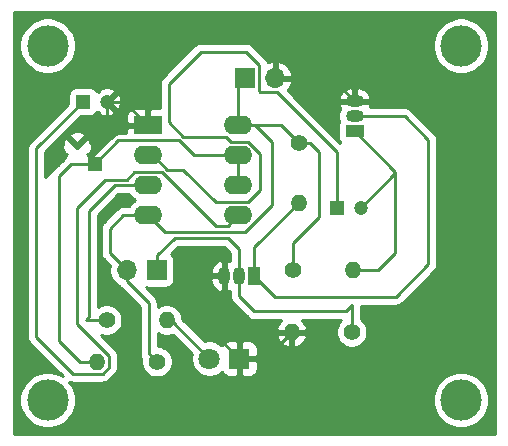
<source format=gbr>
%TF.GenerationSoftware,KiCad,Pcbnew,(5.1.12)-1*%
%TF.CreationDate,2023-08-17T22:23:25+05:30*%
%TF.ProjectId,clap switch,636c6170-2073-4776-9974-63682e6b6963,rev?*%
%TF.SameCoordinates,Original*%
%TF.FileFunction,Copper,L2,Bot*%
%TF.FilePolarity,Positive*%
%FSLAX46Y46*%
G04 Gerber Fmt 4.6, Leading zero omitted, Abs format (unit mm)*
G04 Created by KiCad (PCBNEW (5.1.12)-1) date 2023-08-17 22:23:25*
%MOMM*%
%LPD*%
G01*
G04 APERTURE LIST*
%TA.AperFunction,ComponentPad*%
%ADD10O,2.400000X1.600000*%
%TD*%
%TA.AperFunction,ComponentPad*%
%ADD11R,2.400000X1.600000*%
%TD*%
%TA.AperFunction,ComponentPad*%
%ADD12C,1.800000*%
%TD*%
%TA.AperFunction,ComponentPad*%
%ADD13R,1.800000X1.800000*%
%TD*%
%TA.AperFunction,ComponentPad*%
%ADD14O,1.700000X1.700000*%
%TD*%
%TA.AperFunction,ComponentPad*%
%ADD15R,1.700000X1.700000*%
%TD*%
%TA.AperFunction,ComponentPad*%
%ADD16R,1.500000X1.050000*%
%TD*%
%TA.AperFunction,ComponentPad*%
%ADD17O,1.500000X1.050000*%
%TD*%
%TA.AperFunction,ComponentPad*%
%ADD18O,1.400000X1.400000*%
%TD*%
%TA.AperFunction,ComponentPad*%
%ADD19C,1.400000*%
%TD*%
%TA.AperFunction,ComponentPad*%
%ADD20R,1.050000X1.500000*%
%TD*%
%TA.AperFunction,ComponentPad*%
%ADD21O,1.050000X1.500000*%
%TD*%
%TA.AperFunction,ComponentPad*%
%ADD22C,1.200000*%
%TD*%
%TA.AperFunction,ComponentPad*%
%ADD23R,1.200000X1.200000*%
%TD*%
%TA.AperFunction,ViaPad*%
%ADD24C,3.500000*%
%TD*%
%TA.AperFunction,Conductor*%
%ADD25C,0.250000*%
%TD*%
%TA.AperFunction,Conductor*%
%ADD26C,0.254000*%
%TD*%
%TA.AperFunction,Conductor*%
%ADD27C,0.100000*%
%TD*%
G04 APERTURE END LIST*
D10*
%TO.P,U1,8*%
%TO.N,Net-(6V1-Pad1)*%
X159120000Y-79750000D03*
%TO.P,U1,4*%
X151500000Y-87370000D03*
%TO.P,U1,7*%
%TO.N,Net-(C2-Pad1)*%
X159120000Y-82290000D03*
%TO.P,U1,3*%
%TO.N,Net-(R1-Pad1)*%
X151500000Y-84830000D03*
%TO.P,U1,6*%
%TO.N,Net-(C2-Pad1)*%
X159120000Y-84830000D03*
%TO.P,U1,2*%
%TO.N,Net-(C3-Pad1)*%
X151500000Y-82290000D03*
%TO.P,U1,5*%
%TO.N,Net-(C1-Pad1)*%
X159120000Y-87370000D03*
D11*
%TO.P,U1,1*%
%TO.N,Earth*%
X151500000Y-79750000D03*
%TD*%
D12*
%TO.P,D1,2*%
%TO.N,Net-(D1-Pad2)*%
X156710000Y-99500000D03*
D13*
%TO.P,D1,1*%
%TO.N,Earth*%
X159250000Y-99500000D03*
%TD*%
D14*
%TO.P,MK1,2*%
%TO.N,Net-(6V1-Pad1)*%
X149710000Y-92000000D03*
D15*
%TO.P,MK1,1*%
%TO.N,Net-(MK1-Pad1)*%
X152250000Y-92000000D03*
%TD*%
D14*
%TO.P,6V1,2*%
%TO.N,Earth*%
X162290000Y-75750000D03*
D15*
%TO.P,6V1,1*%
%TO.N,Net-(6V1-Pad1)*%
X159750000Y-75750000D03*
%TD*%
D16*
%TO.P,Q2,1*%
%TO.N,Net-(C3-Pad2)*%
X169000000Y-80250000D03*
D17*
%TO.P,Q2,3*%
%TO.N,Earth*%
X169000000Y-77710000D03*
%TO.P,Q2,2*%
%TO.N,Net-(Q1-Pad1)*%
X169000000Y-78980000D03*
%TD*%
D18*
%TO.P,R5,2*%
%TO.N,Earth*%
X163670000Y-97250000D03*
D19*
%TO.P,R5,1*%
%TO.N,Net-(MK1-Pad1)*%
X168750000Y-97250000D03*
%TD*%
D18*
%TO.P,R4,2*%
%TO.N,Net-(Q1-Pad1)*%
X164250000Y-86330000D03*
D19*
%TO.P,R4,1*%
%TO.N,Net-(6V1-Pad1)*%
X164250000Y-81250000D03*
%TD*%
D18*
%TO.P,R3,2*%
%TO.N,Net-(C3-Pad2)*%
X168830000Y-92000000D03*
D19*
%TO.P,R3,1*%
%TO.N,Net-(6V1-Pad1)*%
X163750000Y-92000000D03*
%TD*%
D18*
%TO.P,R2,2*%
%TO.N,Net-(C2-Pad1)*%
X147170000Y-99750000D03*
D19*
%TO.P,R2,1*%
%TO.N,Net-(6V1-Pad1)*%
X152250000Y-99750000D03*
%TD*%
D18*
%TO.P,R1,2*%
%TO.N,Net-(D1-Pad2)*%
X153080000Y-96250000D03*
D19*
%TO.P,R1,1*%
%TO.N,Net-(R1-Pad1)*%
X148000000Y-96250000D03*
%TD*%
D20*
%TO.P,Q1,1*%
%TO.N,Net-(Q1-Pad1)*%
X160500000Y-92500000D03*
D21*
%TO.P,Q1,3*%
%TO.N,Earth*%
X157960000Y-92500000D03*
%TO.P,Q1,2*%
%TO.N,Net-(MK1-Pad1)*%
X159230000Y-92500000D03*
%TD*%
D22*
%TO.P,C3,2*%
%TO.N,Net-(C3-Pad2)*%
X169500000Y-86750000D03*
D23*
%TO.P,C3,1*%
%TO.N,Net-(C3-Pad1)*%
X167500000Y-86750000D03*
%TD*%
D22*
%TO.P,C2,2*%
%TO.N,Earth*%
X147000000Y-81000000D03*
D23*
%TO.P,C2,1*%
%TO.N,Net-(C2-Pad1)*%
X147000000Y-83000000D03*
%TD*%
D22*
%TO.P,C1,2*%
%TO.N,Earth*%
X148000000Y-77750000D03*
D23*
%TO.P,C1,1*%
%TO.N,Net-(C1-Pad1)*%
X146000000Y-77750000D03*
%TD*%
D24*
%TO.N,*%
X143000000Y-73000000D03*
X178000000Y-73000000D03*
X178000000Y-103000000D03*
X143000000Y-103000000D03*
%TD*%
D25*
%TO.N,Earth*%
X148000000Y-77750000D02*
X148000000Y-79000000D01*
X149500000Y-77750000D02*
X151500000Y-79750000D01*
X148000000Y-77750000D02*
X149500000Y-77750000D01*
X161420000Y-99500000D02*
X163670000Y-97250000D01*
X159250000Y-99500000D02*
X161420000Y-99500000D01*
X157960000Y-98210000D02*
X157960000Y-92500000D01*
X159250000Y-99500000D02*
X157960000Y-98210000D01*
X174460000Y-77710000D02*
X169000000Y-77710000D01*
X177000000Y-80250000D02*
X174460000Y-77710000D01*
X177000000Y-96750000D02*
X177000000Y-80250000D01*
X174250000Y-99500000D02*
X177000000Y-96750000D01*
X159250000Y-99500000D02*
X174250000Y-99500000D01*
X167040000Y-75750000D02*
X169000000Y-77710000D01*
X162290000Y-75750000D02*
X167040000Y-75750000D01*
X162290000Y-75750000D02*
X162290000Y-73790000D01*
X162290000Y-73790000D02*
X161000000Y-72500000D01*
X161000000Y-72500000D02*
X155250000Y-72500000D01*
X151500000Y-76250000D02*
X151500000Y-79750000D01*
X155250000Y-72500000D02*
X151500000Y-76250000D01*
%TO.N,Net-(6V1-Pad1)*%
X162750000Y-79750000D02*
X164250000Y-81250000D01*
X164250000Y-81250000D02*
X165000000Y-81250000D01*
X164250000Y-81250000D02*
X165250000Y-81250000D01*
X165250000Y-81250000D02*
X166000000Y-82000000D01*
X166000000Y-82000000D02*
X166000000Y-87500000D01*
X163750000Y-89750000D02*
X163750000Y-92000000D01*
X166000000Y-87500000D02*
X163750000Y-89750000D01*
X151500000Y-87370000D02*
X149380000Y-87370000D01*
X149380000Y-87370000D02*
X148250000Y-88500000D01*
X148250000Y-90540000D02*
X149710000Y-92000000D01*
X148250000Y-88500000D02*
X148250000Y-90540000D01*
X151550001Y-99050001D02*
X151550001Y-94800001D01*
X152250000Y-99750000D02*
X151550001Y-99050001D01*
X149710000Y-92960000D02*
X149710000Y-92000000D01*
X151550001Y-94800001D02*
X149710000Y-92960000D01*
X159120000Y-76380000D02*
X159750000Y-75750000D01*
X159120000Y-79750000D02*
X159120000Y-76380000D01*
X160500000Y-79750000D02*
X162750000Y-79750000D01*
X159120000Y-79750000D02*
X160500000Y-79750000D01*
X159681013Y-88799991D02*
X162000000Y-86481004D01*
X152929991Y-88799991D02*
X159681013Y-88799991D01*
X151500000Y-87370000D02*
X152929991Y-88799991D01*
X160570000Y-79750000D02*
X159120000Y-79750000D01*
X162000000Y-81180000D02*
X160570000Y-79750000D01*
X162000000Y-86481004D02*
X162000000Y-81180000D01*
%TO.N,Net-(C1-Pad1)*%
X158240000Y-88250000D02*
X159120000Y-87370000D01*
X157250000Y-88250000D02*
X158240000Y-88250000D01*
X146000000Y-77750000D02*
X142049991Y-81700009D01*
X142049991Y-81700009D02*
X142049991Y-97686401D01*
X145138591Y-100775001D02*
X147662001Y-100775001D01*
X150344026Y-83704990D02*
X152704990Y-83704990D01*
X152704990Y-83704990D02*
X157250000Y-88250000D01*
X147662001Y-100775001D02*
X148195001Y-100242001D01*
X145500000Y-86750000D02*
X147889999Y-84360001D01*
X148195001Y-100242001D02*
X148195001Y-99257999D01*
X148195001Y-99257999D02*
X145500000Y-96562998D01*
X145500000Y-96562998D02*
X145500000Y-86750000D01*
X147889999Y-84360001D02*
X149689015Y-84360001D01*
X142049991Y-97686401D02*
X145138591Y-100775001D01*
X149689015Y-84360001D02*
X150344026Y-83704990D01*
%TO.N,Net-(C2-Pad1)*%
X159120000Y-82290000D02*
X159120000Y-84830000D01*
X155403590Y-82290000D02*
X154113590Y-81000000D01*
X159120000Y-82290000D02*
X155403590Y-82290000D01*
X149000000Y-81000000D02*
X147000000Y-83000000D01*
X154113590Y-81000000D02*
X149000000Y-81000000D01*
X147000000Y-83000000D02*
X145000000Y-83000000D01*
X145000000Y-83000000D02*
X144000000Y-84000000D01*
X144000000Y-84000000D02*
X144000000Y-98000000D01*
X145750000Y-99750000D02*
X147170000Y-99750000D01*
X144000000Y-98000000D02*
X145750000Y-99750000D01*
%TO.N,Net-(C3-Pad2)*%
X172450009Y-83700009D02*
X172450009Y-90549991D01*
X169000000Y-80250000D02*
X172450009Y-83700009D01*
X171000000Y-92000000D02*
X168830000Y-92000000D01*
X172450009Y-90549991D02*
X171000000Y-92000000D01*
X172450009Y-83799991D02*
X172450009Y-83700009D01*
X169500000Y-86750000D02*
X172450009Y-83799991D01*
%TO.N,Net-(C3-Pad1)*%
X167500000Y-86750000D02*
X167500000Y-82000000D01*
X160925001Y-74639999D02*
X159785002Y-73500000D01*
X160925001Y-76860001D02*
X160925001Y-74639999D01*
X160990001Y-76925001D02*
X160925001Y-76860001D01*
X162425001Y-76925001D02*
X160990001Y-76925001D01*
X167500000Y-82000000D02*
X162425001Y-76925001D01*
X159785002Y-73500000D02*
X156000000Y-73500000D01*
X156000000Y-73500000D02*
X153250000Y-76250000D01*
X153250000Y-76250000D02*
X153250000Y-79500000D01*
X159985994Y-81164990D02*
X161000000Y-82178996D01*
X158543986Y-81164990D02*
X159985994Y-81164990D01*
X158093976Y-80714980D02*
X158543986Y-81164990D01*
X154464980Y-80714980D02*
X158093976Y-80714980D01*
X153250000Y-79500000D02*
X154464980Y-80714980D01*
X161000000Y-82178996D02*
X161000000Y-85250000D01*
X160005010Y-86244990D02*
X157255010Y-86244990D01*
X161000000Y-85250000D02*
X160005010Y-86244990D01*
X151926410Y-82290000D02*
X151500000Y-82290000D01*
X153136410Y-83500000D02*
X151926410Y-82290000D01*
X154510020Y-83500000D02*
X153136410Y-83500000D01*
X157255010Y-86244990D02*
X154510020Y-83500000D01*
%TO.N,Net-(D1-Pad2)*%
X153460000Y-96250000D02*
X153080000Y-96250000D01*
X156710000Y-99500000D02*
X153460000Y-96250000D01*
%TO.N,Net-(MK1-Pad1)*%
X168750000Y-97250000D02*
X168750000Y-95000000D01*
X168750000Y-95000000D02*
X168250000Y-95500000D01*
X168250000Y-95500000D02*
X160500000Y-95500000D01*
X159230000Y-94230000D02*
X159230000Y-92500000D01*
X160500000Y-95500000D02*
X159230000Y-94230000D01*
X159230000Y-92500000D02*
X159230000Y-90230000D01*
X159230000Y-90230000D02*
X158250000Y-89250000D01*
X158250000Y-89250000D02*
X153750000Y-89250000D01*
X152250000Y-90750000D02*
X152250000Y-92000000D01*
X153750000Y-89250000D02*
X152250000Y-90750000D01*
%TO.N,Net-(Q1-Pad1)*%
X160500000Y-90080000D02*
X164250000Y-86330000D01*
X160500000Y-92500000D02*
X160500000Y-90080000D01*
X160500000Y-92500000D02*
X162250000Y-94250000D01*
X162250000Y-94250000D02*
X172500000Y-94250000D01*
X172500000Y-94250000D02*
X175250000Y-91500000D01*
X175250000Y-91500000D02*
X175250000Y-81000000D01*
X173230000Y-78980000D02*
X169000000Y-78980000D01*
X175250000Y-81000000D02*
X173230000Y-78980000D01*
%TO.N,Net-(R1-Pad1)*%
X146500000Y-87000000D02*
X148670000Y-84830000D01*
X146500000Y-96000000D02*
X146500000Y-87000000D01*
X146250000Y-96250000D02*
X146500000Y-96000000D01*
X148670000Y-84830000D02*
X151500000Y-84830000D01*
X148000000Y-96250000D02*
X146250000Y-96250000D01*
%TD*%
D26*
%TO.N,Earth*%
X180873000Y-105873000D02*
X140127000Y-105873000D01*
X140127000Y-102765098D01*
X140615000Y-102765098D01*
X140615000Y-103234902D01*
X140706654Y-103695679D01*
X140886440Y-104129721D01*
X141147450Y-104520349D01*
X141479651Y-104852550D01*
X141870279Y-105113560D01*
X142304321Y-105293346D01*
X142765098Y-105385000D01*
X143234902Y-105385000D01*
X143695679Y-105293346D01*
X144129721Y-105113560D01*
X144520349Y-104852550D01*
X144852550Y-104520349D01*
X145113560Y-104129721D01*
X145293346Y-103695679D01*
X145385000Y-103234902D01*
X145385000Y-102765098D01*
X175615000Y-102765098D01*
X175615000Y-103234902D01*
X175706654Y-103695679D01*
X175886440Y-104129721D01*
X176147450Y-104520349D01*
X176479651Y-104852550D01*
X176870279Y-105113560D01*
X177304321Y-105293346D01*
X177765098Y-105385000D01*
X178234902Y-105385000D01*
X178695679Y-105293346D01*
X179129721Y-105113560D01*
X179520349Y-104852550D01*
X179852550Y-104520349D01*
X180113560Y-104129721D01*
X180293346Y-103695679D01*
X180385000Y-103234902D01*
X180385000Y-102765098D01*
X180293346Y-102304321D01*
X180113560Y-101870279D01*
X179852550Y-101479651D01*
X179520349Y-101147450D01*
X179129721Y-100886440D01*
X178695679Y-100706654D01*
X178234902Y-100615000D01*
X177765098Y-100615000D01*
X177304321Y-100706654D01*
X176870279Y-100886440D01*
X176479651Y-101147450D01*
X176147450Y-101479651D01*
X175886440Y-101870279D01*
X175706654Y-102304321D01*
X175615000Y-102765098D01*
X145385000Y-102765098D01*
X145293346Y-102304321D01*
X145113560Y-101870279D01*
X144854879Y-101483136D01*
X144989605Y-101524004D01*
X145101258Y-101535001D01*
X145101268Y-101535001D01*
X145138590Y-101538677D01*
X145175913Y-101535001D01*
X147624679Y-101535001D01*
X147662001Y-101538677D01*
X147699323Y-101535001D01*
X147699334Y-101535001D01*
X147810987Y-101524004D01*
X147954248Y-101480547D01*
X148086277Y-101409975D01*
X148202002Y-101315002D01*
X148225804Y-101285999D01*
X148706004Y-100805799D01*
X148735002Y-100782002D01*
X148829975Y-100666277D01*
X148900547Y-100534248D01*
X148944004Y-100390987D01*
X148955001Y-100279334D01*
X148955001Y-100279324D01*
X148958677Y-100242001D01*
X148955001Y-100204678D01*
X148955001Y-99295322D01*
X148958677Y-99257999D01*
X148955001Y-99220676D01*
X148955001Y-99220666D01*
X148944004Y-99109013D01*
X148900547Y-98965752D01*
X148829975Y-98833722D01*
X148758800Y-98746996D01*
X148735002Y-98717998D01*
X148706004Y-98694200D01*
X147499470Y-97487666D01*
X147610595Y-97533696D01*
X147868514Y-97585000D01*
X148131486Y-97585000D01*
X148389405Y-97533696D01*
X148632359Y-97433061D01*
X148851013Y-97286962D01*
X149036962Y-97101013D01*
X149183061Y-96882359D01*
X149283696Y-96639405D01*
X149335000Y-96381486D01*
X149335000Y-96118514D01*
X149283696Y-95860595D01*
X149183061Y-95617641D01*
X149036962Y-95398987D01*
X148851013Y-95213038D01*
X148632359Y-95066939D01*
X148389405Y-94966304D01*
X148131486Y-94915000D01*
X147868514Y-94915000D01*
X147610595Y-94966304D01*
X147367641Y-95066939D01*
X147260000Y-95138862D01*
X147260000Y-87314801D01*
X148984803Y-85590000D01*
X149879099Y-85590000D01*
X149901068Y-85631101D01*
X150080392Y-85849608D01*
X150298899Y-86028932D01*
X150431858Y-86100000D01*
X150298899Y-86171068D01*
X150080392Y-86350392D01*
X149901068Y-86568899D01*
X149879099Y-86610000D01*
X149417322Y-86610000D01*
X149379999Y-86606324D01*
X149342676Y-86610000D01*
X149342667Y-86610000D01*
X149231014Y-86620997D01*
X149087753Y-86664454D01*
X148955724Y-86735026D01*
X148839999Y-86829999D01*
X148816201Y-86858997D01*
X147739002Y-87936196D01*
X147709999Y-87959999D01*
X147654871Y-88027174D01*
X147615026Y-88075724D01*
X147601508Y-88101015D01*
X147544454Y-88207754D01*
X147500997Y-88351015D01*
X147490000Y-88462668D01*
X147490000Y-88462678D01*
X147486324Y-88500000D01*
X147490000Y-88537323D01*
X147490001Y-90502668D01*
X147486324Y-90540000D01*
X147490001Y-90577333D01*
X147500998Y-90688986D01*
X147508182Y-90712668D01*
X147544454Y-90832246D01*
X147615026Y-90964276D01*
X147665287Y-91025518D01*
X147710000Y-91080001D01*
X147738998Y-91103799D01*
X148268791Y-91633592D01*
X148225000Y-91853740D01*
X148225000Y-92146260D01*
X148282068Y-92433158D01*
X148394010Y-92703411D01*
X148556525Y-92946632D01*
X148763368Y-93153475D01*
X149006589Y-93315990D01*
X149047608Y-93332980D01*
X149075026Y-93384276D01*
X149110854Y-93427932D01*
X149169999Y-93500001D01*
X149199003Y-93523804D01*
X150790002Y-95114804D01*
X150790001Y-99012678D01*
X150786325Y-99050001D01*
X150790001Y-99087323D01*
X150790001Y-99087333D01*
X150800998Y-99198986D01*
X150839443Y-99325723D01*
X150844455Y-99342247D01*
X150915027Y-99474277D01*
X150930392Y-99492999D01*
X150938099Y-99502389D01*
X150915000Y-99618514D01*
X150915000Y-99881486D01*
X150966304Y-100139405D01*
X151066939Y-100382359D01*
X151213038Y-100601013D01*
X151398987Y-100786962D01*
X151617641Y-100933061D01*
X151860595Y-101033696D01*
X152118514Y-101085000D01*
X152381486Y-101085000D01*
X152639405Y-101033696D01*
X152882359Y-100933061D01*
X153101013Y-100786962D01*
X153286962Y-100601013D01*
X153433061Y-100382359D01*
X153533696Y-100139405D01*
X153585000Y-99881486D01*
X153585000Y-99618514D01*
X153533696Y-99360595D01*
X153433061Y-99117641D01*
X153286962Y-98898987D01*
X153101013Y-98713038D01*
X152882359Y-98566939D01*
X152639405Y-98466304D01*
X152381486Y-98415000D01*
X152310001Y-98415000D01*
X152310001Y-97341093D01*
X152447641Y-97433061D01*
X152690595Y-97533696D01*
X152948514Y-97585000D01*
X153211486Y-97585000D01*
X153469405Y-97533696D01*
X153610466Y-97475267D01*
X155226269Y-99091070D01*
X155175000Y-99348816D01*
X155175000Y-99651184D01*
X155233989Y-99947743D01*
X155349701Y-100227095D01*
X155517688Y-100478505D01*
X155731495Y-100692312D01*
X155982905Y-100860299D01*
X156262257Y-100976011D01*
X156558816Y-101035000D01*
X156861184Y-101035000D01*
X157157743Y-100976011D01*
X157437095Y-100860299D01*
X157688505Y-100692312D01*
X157754944Y-100625873D01*
X157760498Y-100644180D01*
X157819463Y-100754494D01*
X157898815Y-100851185D01*
X157995506Y-100930537D01*
X158105820Y-100989502D01*
X158225518Y-101025812D01*
X158350000Y-101038072D01*
X158964250Y-101035000D01*
X159123000Y-100876250D01*
X159123000Y-99627000D01*
X159377000Y-99627000D01*
X159377000Y-100876250D01*
X159535750Y-101035000D01*
X160150000Y-101038072D01*
X160274482Y-101025812D01*
X160394180Y-100989502D01*
X160504494Y-100930537D01*
X160601185Y-100851185D01*
X160680537Y-100754494D01*
X160739502Y-100644180D01*
X160775812Y-100524482D01*
X160788072Y-100400000D01*
X160785000Y-99785750D01*
X160626250Y-99627000D01*
X159377000Y-99627000D01*
X159123000Y-99627000D01*
X159103000Y-99627000D01*
X159103000Y-99373000D01*
X159123000Y-99373000D01*
X159123000Y-98123750D01*
X159377000Y-98123750D01*
X159377000Y-99373000D01*
X160626250Y-99373000D01*
X160785000Y-99214250D01*
X160788072Y-98600000D01*
X160775812Y-98475518D01*
X160739502Y-98355820D01*
X160680537Y-98245506D01*
X160601185Y-98148815D01*
X160504494Y-98069463D01*
X160394180Y-98010498D01*
X160274482Y-97974188D01*
X160150000Y-97961928D01*
X159535750Y-97965000D01*
X159377000Y-98123750D01*
X159123000Y-98123750D01*
X158964250Y-97965000D01*
X158350000Y-97961928D01*
X158225518Y-97974188D01*
X158105820Y-98010498D01*
X157995506Y-98069463D01*
X157898815Y-98148815D01*
X157819463Y-98245506D01*
X157760498Y-98355820D01*
X157754944Y-98374127D01*
X157688505Y-98307688D01*
X157437095Y-98139701D01*
X157157743Y-98023989D01*
X156861184Y-97965000D01*
X156558816Y-97965000D01*
X156301070Y-98016269D01*
X155868130Y-97583329D01*
X162377284Y-97583329D01*
X162409953Y-97691044D01*
X162520208Y-97928392D01*
X162674649Y-98139670D01*
X162867340Y-98316759D01*
X163090877Y-98452853D01*
X163336670Y-98542722D01*
X163543000Y-98420201D01*
X163543000Y-97377000D01*
X163797000Y-97377000D01*
X163797000Y-98420201D01*
X164003330Y-98542722D01*
X164249123Y-98452853D01*
X164472660Y-98316759D01*
X164665351Y-98139670D01*
X164819792Y-97928392D01*
X164930047Y-97691044D01*
X164962716Y-97583329D01*
X164839374Y-97377000D01*
X163797000Y-97377000D01*
X163543000Y-97377000D01*
X162500626Y-97377000D01*
X162377284Y-97583329D01*
X155868130Y-97583329D01*
X154415000Y-96130199D01*
X154415000Y-96118514D01*
X154363696Y-95860595D01*
X154263061Y-95617641D01*
X154116962Y-95398987D01*
X153931013Y-95213038D01*
X153712359Y-95066939D01*
X153469405Y-94966304D01*
X153211486Y-94915000D01*
X152948514Y-94915000D01*
X152690595Y-94966304D01*
X152447641Y-95066939D01*
X152310001Y-95158907D01*
X152310001Y-94837323D01*
X152313677Y-94800000D01*
X152310001Y-94762677D01*
X152310001Y-94762668D01*
X152299004Y-94651015D01*
X152255547Y-94507754D01*
X152184975Y-94375725D01*
X152090002Y-94260000D01*
X152061004Y-94236202D01*
X151303355Y-93478554D01*
X151400000Y-93488072D01*
X153100000Y-93488072D01*
X153224482Y-93475812D01*
X153344180Y-93439502D01*
X153454494Y-93380537D01*
X153551185Y-93301185D01*
X153630537Y-93204494D01*
X153689502Y-93094180D01*
X153725812Y-92974482D01*
X153738072Y-92850000D01*
X153738072Y-92810507D01*
X156793669Y-92810507D01*
X156832761Y-93036404D01*
X156915172Y-93250334D01*
X157037736Y-93444076D01*
X157195742Y-93610184D01*
X157383118Y-93742275D01*
X157592663Y-93835272D01*
X157654190Y-93843964D01*
X157833000Y-93718163D01*
X157833000Y-92627000D01*
X156953402Y-92627000D01*
X156793669Y-92810507D01*
X153738072Y-92810507D01*
X153738072Y-92189493D01*
X156793669Y-92189493D01*
X156953402Y-92373000D01*
X157833000Y-92373000D01*
X157833000Y-91281837D01*
X157654190Y-91156036D01*
X157592663Y-91164728D01*
X157383118Y-91257725D01*
X157195742Y-91389816D01*
X157037736Y-91555924D01*
X156915172Y-91749666D01*
X156832761Y-91963596D01*
X156793669Y-92189493D01*
X153738072Y-92189493D01*
X153738072Y-91150000D01*
X153725812Y-91025518D01*
X153689502Y-90905820D01*
X153630537Y-90795506D01*
X153551185Y-90698815D01*
X153454958Y-90619844D01*
X154064802Y-90010000D01*
X157935199Y-90010000D01*
X158470001Y-90544803D01*
X158470001Y-91228043D01*
X158327337Y-91164728D01*
X158265810Y-91156036D01*
X158087000Y-91281837D01*
X158087000Y-92046891D01*
X158086785Y-92047600D01*
X158070000Y-92218021D01*
X158070000Y-92781978D01*
X158086785Y-92952399D01*
X158087000Y-92953108D01*
X158087000Y-93718163D01*
X158265810Y-93843964D01*
X158327337Y-93835272D01*
X158470000Y-93771957D01*
X158470000Y-94192677D01*
X158466324Y-94230000D01*
X158470000Y-94267322D01*
X158470000Y-94267332D01*
X158480997Y-94378985D01*
X158505572Y-94459999D01*
X158524454Y-94522246D01*
X158595026Y-94654276D01*
X158611440Y-94674276D01*
X158689999Y-94770001D01*
X158719003Y-94793804D01*
X159936201Y-96011003D01*
X159959999Y-96040001D01*
X160075724Y-96134974D01*
X160207753Y-96205546D01*
X160351014Y-96249003D01*
X160462667Y-96260000D01*
X160462676Y-96260000D01*
X160499999Y-96263676D01*
X160537322Y-96260000D01*
X162783818Y-96260000D01*
X162674649Y-96360330D01*
X162520208Y-96571608D01*
X162409953Y-96808956D01*
X162377284Y-96916671D01*
X162500626Y-97123000D01*
X163543000Y-97123000D01*
X163543000Y-97103000D01*
X163797000Y-97103000D01*
X163797000Y-97123000D01*
X164839374Y-97123000D01*
X164962716Y-96916671D01*
X164930047Y-96808956D01*
X164819792Y-96571608D01*
X164665351Y-96360330D01*
X164556182Y-96260000D01*
X167852025Y-96260000D01*
X167713038Y-96398987D01*
X167566939Y-96617641D01*
X167466304Y-96860595D01*
X167415000Y-97118514D01*
X167415000Y-97381486D01*
X167466304Y-97639405D01*
X167566939Y-97882359D01*
X167713038Y-98101013D01*
X167898987Y-98286962D01*
X168117641Y-98433061D01*
X168360595Y-98533696D01*
X168618514Y-98585000D01*
X168881486Y-98585000D01*
X169139405Y-98533696D01*
X169382359Y-98433061D01*
X169601013Y-98286962D01*
X169786962Y-98101013D01*
X169933061Y-97882359D01*
X170033696Y-97639405D01*
X170085000Y-97381486D01*
X170085000Y-97118514D01*
X170033696Y-96860595D01*
X169933061Y-96617641D01*
X169786962Y-96398987D01*
X169601013Y-96213038D01*
X169510000Y-96152225D01*
X169510000Y-95037325D01*
X169512691Y-95010000D01*
X172462678Y-95010000D01*
X172500000Y-95013676D01*
X172537322Y-95010000D01*
X172537333Y-95010000D01*
X172648986Y-94999003D01*
X172792247Y-94955546D01*
X172924276Y-94884974D01*
X173040001Y-94790001D01*
X173063804Y-94760997D01*
X175761004Y-92063798D01*
X175790001Y-92040001D01*
X175884974Y-91924276D01*
X175955546Y-91792247D01*
X175999003Y-91648986D01*
X176010000Y-91537333D01*
X176010000Y-91537324D01*
X176013676Y-91500001D01*
X176010000Y-91462678D01*
X176010000Y-81037322D01*
X176013676Y-80999999D01*
X176010000Y-80962676D01*
X176010000Y-80962667D01*
X175999003Y-80851014D01*
X175955546Y-80707753D01*
X175884974Y-80575724D01*
X175871811Y-80559685D01*
X175813799Y-80488996D01*
X175813795Y-80488992D01*
X175790001Y-80459999D01*
X175761008Y-80436205D01*
X173793804Y-78469002D01*
X173770001Y-78439999D01*
X173654276Y-78345026D01*
X173522247Y-78274454D01*
X173378986Y-78230997D01*
X173267333Y-78220000D01*
X173267322Y-78220000D01*
X173230000Y-78216324D01*
X173192678Y-78220000D01*
X170271958Y-78220000D01*
X170335272Y-78077337D01*
X170343964Y-78015810D01*
X170218163Y-77837000D01*
X169453109Y-77837000D01*
X169452400Y-77836785D01*
X169281979Y-77820000D01*
X168718021Y-77820000D01*
X168547600Y-77836785D01*
X168546891Y-77837000D01*
X167781837Y-77837000D01*
X167656036Y-78015810D01*
X167664728Y-78077337D01*
X167757725Y-78286882D01*
X167798929Y-78345331D01*
X167698115Y-78533940D01*
X167631785Y-78752600D01*
X167609388Y-78980000D01*
X167631785Y-79207400D01*
X167695093Y-79416098D01*
X167660498Y-79480820D01*
X167624188Y-79600518D01*
X167611928Y-79725000D01*
X167611928Y-80775000D01*
X167624188Y-80899482D01*
X167660498Y-81019180D01*
X167719463Y-81129494D01*
X167788871Y-81214068D01*
X163978992Y-77404190D01*
X167656036Y-77404190D01*
X167781837Y-77583000D01*
X168873000Y-77583000D01*
X168873000Y-76703402D01*
X169127000Y-76703402D01*
X169127000Y-77583000D01*
X170218163Y-77583000D01*
X170343964Y-77404190D01*
X170335272Y-77342663D01*
X170242275Y-77133118D01*
X170110184Y-76945742D01*
X169944076Y-76787736D01*
X169750334Y-76665172D01*
X169536404Y-76582761D01*
X169310507Y-76543669D01*
X169127000Y-76703402D01*
X168873000Y-76703402D01*
X168689493Y-76543669D01*
X168463596Y-76582761D01*
X168249666Y-76665172D01*
X168055924Y-76787736D01*
X167889816Y-76945742D01*
X167757725Y-77133118D01*
X167664728Y-77342663D01*
X167656036Y-77404190D01*
X163978992Y-77404190D01*
X163352903Y-76778102D01*
X163485178Y-76631355D01*
X163634157Y-76381252D01*
X163731481Y-76106891D01*
X163610814Y-75877000D01*
X162417000Y-75877000D01*
X162417000Y-75897000D01*
X162163000Y-75897000D01*
X162163000Y-75877000D01*
X162143000Y-75877000D01*
X162143000Y-75623000D01*
X162163000Y-75623000D01*
X162163000Y-74429845D01*
X162417000Y-74429845D01*
X162417000Y-75623000D01*
X163610814Y-75623000D01*
X163731481Y-75393109D01*
X163634157Y-75118748D01*
X163485178Y-74868645D01*
X163290269Y-74652412D01*
X163056920Y-74478359D01*
X162794099Y-74353175D01*
X162646890Y-74308524D01*
X162417000Y-74429845D01*
X162163000Y-74429845D01*
X161933110Y-74308524D01*
X161785901Y-74353175D01*
X161651597Y-74417145D01*
X161630547Y-74347752D01*
X161591226Y-74274188D01*
X161559975Y-74215722D01*
X161488800Y-74128996D01*
X161465002Y-74099998D01*
X161436004Y-74076200D01*
X160348806Y-72989002D01*
X160325003Y-72959999D01*
X160209278Y-72865026D01*
X160077249Y-72794454D01*
X159980474Y-72765098D01*
X175615000Y-72765098D01*
X175615000Y-73234902D01*
X175706654Y-73695679D01*
X175886440Y-74129721D01*
X176147450Y-74520349D01*
X176479651Y-74852550D01*
X176870279Y-75113560D01*
X177304321Y-75293346D01*
X177765098Y-75385000D01*
X178234902Y-75385000D01*
X178695679Y-75293346D01*
X179129721Y-75113560D01*
X179520349Y-74852550D01*
X179852550Y-74520349D01*
X180113560Y-74129721D01*
X180293346Y-73695679D01*
X180385000Y-73234902D01*
X180385000Y-72765098D01*
X180293346Y-72304321D01*
X180113560Y-71870279D01*
X179852550Y-71479651D01*
X179520349Y-71147450D01*
X179129721Y-70886440D01*
X178695679Y-70706654D01*
X178234902Y-70615000D01*
X177765098Y-70615000D01*
X177304321Y-70706654D01*
X176870279Y-70886440D01*
X176479651Y-71147450D01*
X176147450Y-71479651D01*
X175886440Y-71870279D01*
X175706654Y-72304321D01*
X175615000Y-72765098D01*
X159980474Y-72765098D01*
X159933988Y-72750997D01*
X159822335Y-72740000D01*
X159822324Y-72740000D01*
X159785002Y-72736324D01*
X159747680Y-72740000D01*
X156037322Y-72740000D01*
X155999999Y-72736324D01*
X155962676Y-72740000D01*
X155962667Y-72740000D01*
X155851014Y-72750997D01*
X155707753Y-72794454D01*
X155575724Y-72865026D01*
X155459999Y-72959999D01*
X155436201Y-72988997D01*
X152739003Y-75686196D01*
X152709999Y-75709999D01*
X152654871Y-75777174D01*
X152615026Y-75825724D01*
X152545539Y-75955724D01*
X152544454Y-75957754D01*
X152500997Y-76101015D01*
X152490000Y-76212668D01*
X152490000Y-76212678D01*
X152486324Y-76250000D01*
X152490000Y-76287323D01*
X152490001Y-78312634D01*
X151785750Y-78315000D01*
X151627000Y-78473750D01*
X151627000Y-79623000D01*
X151647000Y-79623000D01*
X151647000Y-79877000D01*
X151627000Y-79877000D01*
X151627000Y-79897000D01*
X151373000Y-79897000D01*
X151373000Y-79877000D01*
X149823750Y-79877000D01*
X149665000Y-80035750D01*
X149662794Y-80404990D01*
X149122333Y-80404990D01*
X149085010Y-80401314D01*
X149047687Y-80404990D01*
X149047677Y-80404990D01*
X148936024Y-80415987D01*
X148792763Y-80459444D01*
X148660734Y-80530016D01*
X148545009Y-80624989D01*
X148521211Y-80653987D01*
X146630156Y-82545042D01*
X146551185Y-82448815D01*
X146454494Y-82369463D01*
X146408994Y-82345142D01*
X146466872Y-82287264D01*
X146349766Y-82170158D01*
X146573348Y-82122852D01*
X146674237Y-81901484D01*
X146730000Y-81664687D01*
X146738495Y-81421562D01*
X146699395Y-81181451D01*
X146614202Y-80953582D01*
X146573348Y-80877148D01*
X146349764Y-80829841D01*
X145679605Y-81500000D01*
X145693748Y-81514143D01*
X145514143Y-81693748D01*
X145500000Y-81679605D01*
X145485858Y-81693748D01*
X145306253Y-81514143D01*
X145320395Y-81500000D01*
X144650236Y-80829841D01*
X144426652Y-80877148D01*
X144325763Y-81098516D01*
X144270000Y-81335313D01*
X144261505Y-81578438D01*
X144300605Y-81818549D01*
X144385798Y-82046418D01*
X144426652Y-82122852D01*
X144650234Y-82170158D01*
X144533128Y-82287264D01*
X144591006Y-82345142D01*
X144545506Y-82369463D01*
X144448815Y-82448815D01*
X144369463Y-82545506D01*
X144310498Y-82655820D01*
X144274594Y-82774178D01*
X144207753Y-82794454D01*
X144075724Y-82865026D01*
X143959999Y-82959999D01*
X143936202Y-82988996D01*
X142809991Y-84115208D01*
X142809991Y-82014810D01*
X144174565Y-80650236D01*
X144829841Y-80650236D01*
X145500000Y-81320395D01*
X146170159Y-80650236D01*
X146122852Y-80426652D01*
X145901484Y-80325763D01*
X145664687Y-80270000D01*
X145421562Y-80261505D01*
X145181451Y-80300605D01*
X144953582Y-80385798D01*
X144877148Y-80426652D01*
X144829841Y-80650236D01*
X144174565Y-80650236D01*
X145836730Y-78988072D01*
X146600000Y-78988072D01*
X146724482Y-78975812D01*
X146844180Y-78939502D01*
X146954494Y-78880537D01*
X147051185Y-78801185D01*
X147130537Y-78704494D01*
X147154858Y-78658994D01*
X147212736Y-78716872D01*
X147329842Y-78599766D01*
X147377148Y-78823348D01*
X147598516Y-78924237D01*
X147835313Y-78980000D01*
X148078438Y-78988495D01*
X148314833Y-78950000D01*
X149661928Y-78950000D01*
X149665000Y-79464250D01*
X149823750Y-79623000D01*
X151373000Y-79623000D01*
X151373000Y-78473750D01*
X151214250Y-78315000D01*
X150300000Y-78311928D01*
X150175518Y-78324188D01*
X150055820Y-78360498D01*
X149945506Y-78419463D01*
X149848815Y-78498815D01*
X149769463Y-78595506D01*
X149710498Y-78705820D01*
X149674188Y-78825518D01*
X149661928Y-78950000D01*
X148314833Y-78950000D01*
X148318549Y-78949395D01*
X148546418Y-78864202D01*
X148622852Y-78823348D01*
X148670159Y-78599764D01*
X148000000Y-77929605D01*
X147985858Y-77943748D01*
X147806253Y-77764143D01*
X147820395Y-77750000D01*
X148179605Y-77750000D01*
X148849764Y-78420159D01*
X149073348Y-78372852D01*
X149174237Y-78151484D01*
X149230000Y-77914687D01*
X149238495Y-77671562D01*
X149199395Y-77431451D01*
X149114202Y-77203582D01*
X149073348Y-77127148D01*
X148849764Y-77079841D01*
X148179605Y-77750000D01*
X147820395Y-77750000D01*
X147806253Y-77735858D01*
X147985858Y-77556253D01*
X148000000Y-77570395D01*
X148670159Y-76900236D01*
X148622852Y-76676652D01*
X148401484Y-76575763D01*
X148164687Y-76520000D01*
X147921562Y-76511505D01*
X147681451Y-76550605D01*
X147453582Y-76635798D01*
X147377148Y-76676652D01*
X147329842Y-76900234D01*
X147212736Y-76783128D01*
X147154858Y-76841006D01*
X147130537Y-76795506D01*
X147051185Y-76698815D01*
X146954494Y-76619463D01*
X146844180Y-76560498D01*
X146724482Y-76524188D01*
X146600000Y-76511928D01*
X145400000Y-76511928D01*
X145275518Y-76524188D01*
X145155820Y-76560498D01*
X145045506Y-76619463D01*
X144948815Y-76698815D01*
X144869463Y-76795506D01*
X144810498Y-76905820D01*
X144774188Y-77025518D01*
X144761928Y-77150000D01*
X144761928Y-77913270D01*
X141538994Y-81136205D01*
X141509990Y-81160008D01*
X141455847Y-81225982D01*
X141415017Y-81275733D01*
X141349137Y-81398985D01*
X141344445Y-81407763D01*
X141300988Y-81551024D01*
X141289991Y-81662677D01*
X141289991Y-81662687D01*
X141286315Y-81700009D01*
X141289991Y-81737331D01*
X141289992Y-97649068D01*
X141286315Y-97686401D01*
X141300989Y-97835386D01*
X141344445Y-97978647D01*
X141415017Y-98110677D01*
X141486192Y-98197403D01*
X141509991Y-98226402D01*
X141538989Y-98250200D01*
X144266865Y-100978077D01*
X144129721Y-100886440D01*
X143695679Y-100706654D01*
X143234902Y-100615000D01*
X142765098Y-100615000D01*
X142304321Y-100706654D01*
X141870279Y-100886440D01*
X141479651Y-101147450D01*
X141147450Y-101479651D01*
X140886440Y-101870279D01*
X140706654Y-102304321D01*
X140615000Y-102765098D01*
X140127000Y-102765098D01*
X140127000Y-72765098D01*
X140615000Y-72765098D01*
X140615000Y-73234902D01*
X140706654Y-73695679D01*
X140886440Y-74129721D01*
X141147450Y-74520349D01*
X141479651Y-74852550D01*
X141870279Y-75113560D01*
X142304321Y-75293346D01*
X142765098Y-75385000D01*
X143234902Y-75385000D01*
X143695679Y-75293346D01*
X144129721Y-75113560D01*
X144520349Y-74852550D01*
X144852550Y-74520349D01*
X145113560Y-74129721D01*
X145293346Y-73695679D01*
X145385000Y-73234902D01*
X145385000Y-72765098D01*
X145293346Y-72304321D01*
X145113560Y-71870279D01*
X144852550Y-71479651D01*
X144520349Y-71147450D01*
X144129721Y-70886440D01*
X143695679Y-70706654D01*
X143234902Y-70615000D01*
X142765098Y-70615000D01*
X142304321Y-70706654D01*
X141870279Y-70886440D01*
X141479651Y-71147450D01*
X141147450Y-71479651D01*
X140886440Y-71870279D01*
X140706654Y-72304321D01*
X140615000Y-72765098D01*
X140127000Y-72765098D01*
X140127000Y-70127000D01*
X180873000Y-70127000D01*
X180873000Y-105873000D01*
%TA.AperFunction,Conductor*%
D27*
G36*
X180873000Y-105873000D02*
G01*
X140127000Y-105873000D01*
X140127000Y-102765098D01*
X140615000Y-102765098D01*
X140615000Y-103234902D01*
X140706654Y-103695679D01*
X140886440Y-104129721D01*
X141147450Y-104520349D01*
X141479651Y-104852550D01*
X141870279Y-105113560D01*
X142304321Y-105293346D01*
X142765098Y-105385000D01*
X143234902Y-105385000D01*
X143695679Y-105293346D01*
X144129721Y-105113560D01*
X144520349Y-104852550D01*
X144852550Y-104520349D01*
X145113560Y-104129721D01*
X145293346Y-103695679D01*
X145385000Y-103234902D01*
X145385000Y-102765098D01*
X175615000Y-102765098D01*
X175615000Y-103234902D01*
X175706654Y-103695679D01*
X175886440Y-104129721D01*
X176147450Y-104520349D01*
X176479651Y-104852550D01*
X176870279Y-105113560D01*
X177304321Y-105293346D01*
X177765098Y-105385000D01*
X178234902Y-105385000D01*
X178695679Y-105293346D01*
X179129721Y-105113560D01*
X179520349Y-104852550D01*
X179852550Y-104520349D01*
X180113560Y-104129721D01*
X180293346Y-103695679D01*
X180385000Y-103234902D01*
X180385000Y-102765098D01*
X180293346Y-102304321D01*
X180113560Y-101870279D01*
X179852550Y-101479651D01*
X179520349Y-101147450D01*
X179129721Y-100886440D01*
X178695679Y-100706654D01*
X178234902Y-100615000D01*
X177765098Y-100615000D01*
X177304321Y-100706654D01*
X176870279Y-100886440D01*
X176479651Y-101147450D01*
X176147450Y-101479651D01*
X175886440Y-101870279D01*
X175706654Y-102304321D01*
X175615000Y-102765098D01*
X145385000Y-102765098D01*
X145293346Y-102304321D01*
X145113560Y-101870279D01*
X144854879Y-101483136D01*
X144989605Y-101524004D01*
X145101258Y-101535001D01*
X145101268Y-101535001D01*
X145138590Y-101538677D01*
X145175913Y-101535001D01*
X147624679Y-101535001D01*
X147662001Y-101538677D01*
X147699323Y-101535001D01*
X147699334Y-101535001D01*
X147810987Y-101524004D01*
X147954248Y-101480547D01*
X148086277Y-101409975D01*
X148202002Y-101315002D01*
X148225804Y-101285999D01*
X148706004Y-100805799D01*
X148735002Y-100782002D01*
X148829975Y-100666277D01*
X148900547Y-100534248D01*
X148944004Y-100390987D01*
X148955001Y-100279334D01*
X148955001Y-100279324D01*
X148958677Y-100242001D01*
X148955001Y-100204678D01*
X148955001Y-99295322D01*
X148958677Y-99257999D01*
X148955001Y-99220676D01*
X148955001Y-99220666D01*
X148944004Y-99109013D01*
X148900547Y-98965752D01*
X148829975Y-98833722D01*
X148758800Y-98746996D01*
X148735002Y-98717998D01*
X148706004Y-98694200D01*
X147499470Y-97487666D01*
X147610595Y-97533696D01*
X147868514Y-97585000D01*
X148131486Y-97585000D01*
X148389405Y-97533696D01*
X148632359Y-97433061D01*
X148851013Y-97286962D01*
X149036962Y-97101013D01*
X149183061Y-96882359D01*
X149283696Y-96639405D01*
X149335000Y-96381486D01*
X149335000Y-96118514D01*
X149283696Y-95860595D01*
X149183061Y-95617641D01*
X149036962Y-95398987D01*
X148851013Y-95213038D01*
X148632359Y-95066939D01*
X148389405Y-94966304D01*
X148131486Y-94915000D01*
X147868514Y-94915000D01*
X147610595Y-94966304D01*
X147367641Y-95066939D01*
X147260000Y-95138862D01*
X147260000Y-87314801D01*
X148984803Y-85590000D01*
X149879099Y-85590000D01*
X149901068Y-85631101D01*
X150080392Y-85849608D01*
X150298899Y-86028932D01*
X150431858Y-86100000D01*
X150298899Y-86171068D01*
X150080392Y-86350392D01*
X149901068Y-86568899D01*
X149879099Y-86610000D01*
X149417322Y-86610000D01*
X149379999Y-86606324D01*
X149342676Y-86610000D01*
X149342667Y-86610000D01*
X149231014Y-86620997D01*
X149087753Y-86664454D01*
X148955724Y-86735026D01*
X148839999Y-86829999D01*
X148816201Y-86858997D01*
X147739002Y-87936196D01*
X147709999Y-87959999D01*
X147654871Y-88027174D01*
X147615026Y-88075724D01*
X147601508Y-88101015D01*
X147544454Y-88207754D01*
X147500997Y-88351015D01*
X147490000Y-88462668D01*
X147490000Y-88462678D01*
X147486324Y-88500000D01*
X147490000Y-88537323D01*
X147490001Y-90502668D01*
X147486324Y-90540000D01*
X147490001Y-90577333D01*
X147500998Y-90688986D01*
X147508182Y-90712668D01*
X147544454Y-90832246D01*
X147615026Y-90964276D01*
X147665287Y-91025518D01*
X147710000Y-91080001D01*
X147738998Y-91103799D01*
X148268791Y-91633592D01*
X148225000Y-91853740D01*
X148225000Y-92146260D01*
X148282068Y-92433158D01*
X148394010Y-92703411D01*
X148556525Y-92946632D01*
X148763368Y-93153475D01*
X149006589Y-93315990D01*
X149047608Y-93332980D01*
X149075026Y-93384276D01*
X149110854Y-93427932D01*
X149169999Y-93500001D01*
X149199003Y-93523804D01*
X150790002Y-95114804D01*
X150790001Y-99012678D01*
X150786325Y-99050001D01*
X150790001Y-99087323D01*
X150790001Y-99087333D01*
X150800998Y-99198986D01*
X150839443Y-99325723D01*
X150844455Y-99342247D01*
X150915027Y-99474277D01*
X150930392Y-99492999D01*
X150938099Y-99502389D01*
X150915000Y-99618514D01*
X150915000Y-99881486D01*
X150966304Y-100139405D01*
X151066939Y-100382359D01*
X151213038Y-100601013D01*
X151398987Y-100786962D01*
X151617641Y-100933061D01*
X151860595Y-101033696D01*
X152118514Y-101085000D01*
X152381486Y-101085000D01*
X152639405Y-101033696D01*
X152882359Y-100933061D01*
X153101013Y-100786962D01*
X153286962Y-100601013D01*
X153433061Y-100382359D01*
X153533696Y-100139405D01*
X153585000Y-99881486D01*
X153585000Y-99618514D01*
X153533696Y-99360595D01*
X153433061Y-99117641D01*
X153286962Y-98898987D01*
X153101013Y-98713038D01*
X152882359Y-98566939D01*
X152639405Y-98466304D01*
X152381486Y-98415000D01*
X152310001Y-98415000D01*
X152310001Y-97341093D01*
X152447641Y-97433061D01*
X152690595Y-97533696D01*
X152948514Y-97585000D01*
X153211486Y-97585000D01*
X153469405Y-97533696D01*
X153610466Y-97475267D01*
X155226269Y-99091070D01*
X155175000Y-99348816D01*
X155175000Y-99651184D01*
X155233989Y-99947743D01*
X155349701Y-100227095D01*
X155517688Y-100478505D01*
X155731495Y-100692312D01*
X155982905Y-100860299D01*
X156262257Y-100976011D01*
X156558816Y-101035000D01*
X156861184Y-101035000D01*
X157157743Y-100976011D01*
X157437095Y-100860299D01*
X157688505Y-100692312D01*
X157754944Y-100625873D01*
X157760498Y-100644180D01*
X157819463Y-100754494D01*
X157898815Y-100851185D01*
X157995506Y-100930537D01*
X158105820Y-100989502D01*
X158225518Y-101025812D01*
X158350000Y-101038072D01*
X158964250Y-101035000D01*
X159123000Y-100876250D01*
X159123000Y-99627000D01*
X159377000Y-99627000D01*
X159377000Y-100876250D01*
X159535750Y-101035000D01*
X160150000Y-101038072D01*
X160274482Y-101025812D01*
X160394180Y-100989502D01*
X160504494Y-100930537D01*
X160601185Y-100851185D01*
X160680537Y-100754494D01*
X160739502Y-100644180D01*
X160775812Y-100524482D01*
X160788072Y-100400000D01*
X160785000Y-99785750D01*
X160626250Y-99627000D01*
X159377000Y-99627000D01*
X159123000Y-99627000D01*
X159103000Y-99627000D01*
X159103000Y-99373000D01*
X159123000Y-99373000D01*
X159123000Y-98123750D01*
X159377000Y-98123750D01*
X159377000Y-99373000D01*
X160626250Y-99373000D01*
X160785000Y-99214250D01*
X160788072Y-98600000D01*
X160775812Y-98475518D01*
X160739502Y-98355820D01*
X160680537Y-98245506D01*
X160601185Y-98148815D01*
X160504494Y-98069463D01*
X160394180Y-98010498D01*
X160274482Y-97974188D01*
X160150000Y-97961928D01*
X159535750Y-97965000D01*
X159377000Y-98123750D01*
X159123000Y-98123750D01*
X158964250Y-97965000D01*
X158350000Y-97961928D01*
X158225518Y-97974188D01*
X158105820Y-98010498D01*
X157995506Y-98069463D01*
X157898815Y-98148815D01*
X157819463Y-98245506D01*
X157760498Y-98355820D01*
X157754944Y-98374127D01*
X157688505Y-98307688D01*
X157437095Y-98139701D01*
X157157743Y-98023989D01*
X156861184Y-97965000D01*
X156558816Y-97965000D01*
X156301070Y-98016269D01*
X155868130Y-97583329D01*
X162377284Y-97583329D01*
X162409953Y-97691044D01*
X162520208Y-97928392D01*
X162674649Y-98139670D01*
X162867340Y-98316759D01*
X163090877Y-98452853D01*
X163336670Y-98542722D01*
X163543000Y-98420201D01*
X163543000Y-97377000D01*
X163797000Y-97377000D01*
X163797000Y-98420201D01*
X164003330Y-98542722D01*
X164249123Y-98452853D01*
X164472660Y-98316759D01*
X164665351Y-98139670D01*
X164819792Y-97928392D01*
X164930047Y-97691044D01*
X164962716Y-97583329D01*
X164839374Y-97377000D01*
X163797000Y-97377000D01*
X163543000Y-97377000D01*
X162500626Y-97377000D01*
X162377284Y-97583329D01*
X155868130Y-97583329D01*
X154415000Y-96130199D01*
X154415000Y-96118514D01*
X154363696Y-95860595D01*
X154263061Y-95617641D01*
X154116962Y-95398987D01*
X153931013Y-95213038D01*
X153712359Y-95066939D01*
X153469405Y-94966304D01*
X153211486Y-94915000D01*
X152948514Y-94915000D01*
X152690595Y-94966304D01*
X152447641Y-95066939D01*
X152310001Y-95158907D01*
X152310001Y-94837323D01*
X152313677Y-94800000D01*
X152310001Y-94762677D01*
X152310001Y-94762668D01*
X152299004Y-94651015D01*
X152255547Y-94507754D01*
X152184975Y-94375725D01*
X152090002Y-94260000D01*
X152061004Y-94236202D01*
X151303355Y-93478554D01*
X151400000Y-93488072D01*
X153100000Y-93488072D01*
X153224482Y-93475812D01*
X153344180Y-93439502D01*
X153454494Y-93380537D01*
X153551185Y-93301185D01*
X153630537Y-93204494D01*
X153689502Y-93094180D01*
X153725812Y-92974482D01*
X153738072Y-92850000D01*
X153738072Y-92810507D01*
X156793669Y-92810507D01*
X156832761Y-93036404D01*
X156915172Y-93250334D01*
X157037736Y-93444076D01*
X157195742Y-93610184D01*
X157383118Y-93742275D01*
X157592663Y-93835272D01*
X157654190Y-93843964D01*
X157833000Y-93718163D01*
X157833000Y-92627000D01*
X156953402Y-92627000D01*
X156793669Y-92810507D01*
X153738072Y-92810507D01*
X153738072Y-92189493D01*
X156793669Y-92189493D01*
X156953402Y-92373000D01*
X157833000Y-92373000D01*
X157833000Y-91281837D01*
X157654190Y-91156036D01*
X157592663Y-91164728D01*
X157383118Y-91257725D01*
X157195742Y-91389816D01*
X157037736Y-91555924D01*
X156915172Y-91749666D01*
X156832761Y-91963596D01*
X156793669Y-92189493D01*
X153738072Y-92189493D01*
X153738072Y-91150000D01*
X153725812Y-91025518D01*
X153689502Y-90905820D01*
X153630537Y-90795506D01*
X153551185Y-90698815D01*
X153454958Y-90619844D01*
X154064802Y-90010000D01*
X157935199Y-90010000D01*
X158470001Y-90544803D01*
X158470001Y-91228043D01*
X158327337Y-91164728D01*
X158265810Y-91156036D01*
X158087000Y-91281837D01*
X158087000Y-92046891D01*
X158086785Y-92047600D01*
X158070000Y-92218021D01*
X158070000Y-92781978D01*
X158086785Y-92952399D01*
X158087000Y-92953108D01*
X158087000Y-93718163D01*
X158265810Y-93843964D01*
X158327337Y-93835272D01*
X158470000Y-93771957D01*
X158470000Y-94192677D01*
X158466324Y-94230000D01*
X158470000Y-94267322D01*
X158470000Y-94267332D01*
X158480997Y-94378985D01*
X158505572Y-94459999D01*
X158524454Y-94522246D01*
X158595026Y-94654276D01*
X158611440Y-94674276D01*
X158689999Y-94770001D01*
X158719003Y-94793804D01*
X159936201Y-96011003D01*
X159959999Y-96040001D01*
X160075724Y-96134974D01*
X160207753Y-96205546D01*
X160351014Y-96249003D01*
X160462667Y-96260000D01*
X160462676Y-96260000D01*
X160499999Y-96263676D01*
X160537322Y-96260000D01*
X162783818Y-96260000D01*
X162674649Y-96360330D01*
X162520208Y-96571608D01*
X162409953Y-96808956D01*
X162377284Y-96916671D01*
X162500626Y-97123000D01*
X163543000Y-97123000D01*
X163543000Y-97103000D01*
X163797000Y-97103000D01*
X163797000Y-97123000D01*
X164839374Y-97123000D01*
X164962716Y-96916671D01*
X164930047Y-96808956D01*
X164819792Y-96571608D01*
X164665351Y-96360330D01*
X164556182Y-96260000D01*
X167852025Y-96260000D01*
X167713038Y-96398987D01*
X167566939Y-96617641D01*
X167466304Y-96860595D01*
X167415000Y-97118514D01*
X167415000Y-97381486D01*
X167466304Y-97639405D01*
X167566939Y-97882359D01*
X167713038Y-98101013D01*
X167898987Y-98286962D01*
X168117641Y-98433061D01*
X168360595Y-98533696D01*
X168618514Y-98585000D01*
X168881486Y-98585000D01*
X169139405Y-98533696D01*
X169382359Y-98433061D01*
X169601013Y-98286962D01*
X169786962Y-98101013D01*
X169933061Y-97882359D01*
X170033696Y-97639405D01*
X170085000Y-97381486D01*
X170085000Y-97118514D01*
X170033696Y-96860595D01*
X169933061Y-96617641D01*
X169786962Y-96398987D01*
X169601013Y-96213038D01*
X169510000Y-96152225D01*
X169510000Y-95037325D01*
X169512691Y-95010000D01*
X172462678Y-95010000D01*
X172500000Y-95013676D01*
X172537322Y-95010000D01*
X172537333Y-95010000D01*
X172648986Y-94999003D01*
X172792247Y-94955546D01*
X172924276Y-94884974D01*
X173040001Y-94790001D01*
X173063804Y-94760997D01*
X175761004Y-92063798D01*
X175790001Y-92040001D01*
X175884974Y-91924276D01*
X175955546Y-91792247D01*
X175999003Y-91648986D01*
X176010000Y-91537333D01*
X176010000Y-91537324D01*
X176013676Y-91500001D01*
X176010000Y-91462678D01*
X176010000Y-81037322D01*
X176013676Y-80999999D01*
X176010000Y-80962676D01*
X176010000Y-80962667D01*
X175999003Y-80851014D01*
X175955546Y-80707753D01*
X175884974Y-80575724D01*
X175871811Y-80559685D01*
X175813799Y-80488996D01*
X175813795Y-80488992D01*
X175790001Y-80459999D01*
X175761008Y-80436205D01*
X173793804Y-78469002D01*
X173770001Y-78439999D01*
X173654276Y-78345026D01*
X173522247Y-78274454D01*
X173378986Y-78230997D01*
X173267333Y-78220000D01*
X173267322Y-78220000D01*
X173230000Y-78216324D01*
X173192678Y-78220000D01*
X170271958Y-78220000D01*
X170335272Y-78077337D01*
X170343964Y-78015810D01*
X170218163Y-77837000D01*
X169453109Y-77837000D01*
X169452400Y-77836785D01*
X169281979Y-77820000D01*
X168718021Y-77820000D01*
X168547600Y-77836785D01*
X168546891Y-77837000D01*
X167781837Y-77837000D01*
X167656036Y-78015810D01*
X167664728Y-78077337D01*
X167757725Y-78286882D01*
X167798929Y-78345331D01*
X167698115Y-78533940D01*
X167631785Y-78752600D01*
X167609388Y-78980000D01*
X167631785Y-79207400D01*
X167695093Y-79416098D01*
X167660498Y-79480820D01*
X167624188Y-79600518D01*
X167611928Y-79725000D01*
X167611928Y-80775000D01*
X167624188Y-80899482D01*
X167660498Y-81019180D01*
X167719463Y-81129494D01*
X167788871Y-81214068D01*
X163978992Y-77404190D01*
X167656036Y-77404190D01*
X167781837Y-77583000D01*
X168873000Y-77583000D01*
X168873000Y-76703402D01*
X169127000Y-76703402D01*
X169127000Y-77583000D01*
X170218163Y-77583000D01*
X170343964Y-77404190D01*
X170335272Y-77342663D01*
X170242275Y-77133118D01*
X170110184Y-76945742D01*
X169944076Y-76787736D01*
X169750334Y-76665172D01*
X169536404Y-76582761D01*
X169310507Y-76543669D01*
X169127000Y-76703402D01*
X168873000Y-76703402D01*
X168689493Y-76543669D01*
X168463596Y-76582761D01*
X168249666Y-76665172D01*
X168055924Y-76787736D01*
X167889816Y-76945742D01*
X167757725Y-77133118D01*
X167664728Y-77342663D01*
X167656036Y-77404190D01*
X163978992Y-77404190D01*
X163352903Y-76778102D01*
X163485178Y-76631355D01*
X163634157Y-76381252D01*
X163731481Y-76106891D01*
X163610814Y-75877000D01*
X162417000Y-75877000D01*
X162417000Y-75897000D01*
X162163000Y-75897000D01*
X162163000Y-75877000D01*
X162143000Y-75877000D01*
X162143000Y-75623000D01*
X162163000Y-75623000D01*
X162163000Y-74429845D01*
X162417000Y-74429845D01*
X162417000Y-75623000D01*
X163610814Y-75623000D01*
X163731481Y-75393109D01*
X163634157Y-75118748D01*
X163485178Y-74868645D01*
X163290269Y-74652412D01*
X163056920Y-74478359D01*
X162794099Y-74353175D01*
X162646890Y-74308524D01*
X162417000Y-74429845D01*
X162163000Y-74429845D01*
X161933110Y-74308524D01*
X161785901Y-74353175D01*
X161651597Y-74417145D01*
X161630547Y-74347752D01*
X161591226Y-74274188D01*
X161559975Y-74215722D01*
X161488800Y-74128996D01*
X161465002Y-74099998D01*
X161436004Y-74076200D01*
X160348806Y-72989002D01*
X160325003Y-72959999D01*
X160209278Y-72865026D01*
X160077249Y-72794454D01*
X159980474Y-72765098D01*
X175615000Y-72765098D01*
X175615000Y-73234902D01*
X175706654Y-73695679D01*
X175886440Y-74129721D01*
X176147450Y-74520349D01*
X176479651Y-74852550D01*
X176870279Y-75113560D01*
X177304321Y-75293346D01*
X177765098Y-75385000D01*
X178234902Y-75385000D01*
X178695679Y-75293346D01*
X179129721Y-75113560D01*
X179520349Y-74852550D01*
X179852550Y-74520349D01*
X180113560Y-74129721D01*
X180293346Y-73695679D01*
X180385000Y-73234902D01*
X180385000Y-72765098D01*
X180293346Y-72304321D01*
X180113560Y-71870279D01*
X179852550Y-71479651D01*
X179520349Y-71147450D01*
X179129721Y-70886440D01*
X178695679Y-70706654D01*
X178234902Y-70615000D01*
X177765098Y-70615000D01*
X177304321Y-70706654D01*
X176870279Y-70886440D01*
X176479651Y-71147450D01*
X176147450Y-71479651D01*
X175886440Y-71870279D01*
X175706654Y-72304321D01*
X175615000Y-72765098D01*
X159980474Y-72765098D01*
X159933988Y-72750997D01*
X159822335Y-72740000D01*
X159822324Y-72740000D01*
X159785002Y-72736324D01*
X159747680Y-72740000D01*
X156037322Y-72740000D01*
X155999999Y-72736324D01*
X155962676Y-72740000D01*
X155962667Y-72740000D01*
X155851014Y-72750997D01*
X155707753Y-72794454D01*
X155575724Y-72865026D01*
X155459999Y-72959999D01*
X155436201Y-72988997D01*
X152739003Y-75686196D01*
X152709999Y-75709999D01*
X152654871Y-75777174D01*
X152615026Y-75825724D01*
X152545539Y-75955724D01*
X152544454Y-75957754D01*
X152500997Y-76101015D01*
X152490000Y-76212668D01*
X152490000Y-76212678D01*
X152486324Y-76250000D01*
X152490000Y-76287323D01*
X152490001Y-78312634D01*
X151785750Y-78315000D01*
X151627000Y-78473750D01*
X151627000Y-79623000D01*
X151647000Y-79623000D01*
X151647000Y-79877000D01*
X151627000Y-79877000D01*
X151627000Y-79897000D01*
X151373000Y-79897000D01*
X151373000Y-79877000D01*
X149823750Y-79877000D01*
X149665000Y-80035750D01*
X149662794Y-80404990D01*
X149122333Y-80404990D01*
X149085010Y-80401314D01*
X149047687Y-80404990D01*
X149047677Y-80404990D01*
X148936024Y-80415987D01*
X148792763Y-80459444D01*
X148660734Y-80530016D01*
X148545009Y-80624989D01*
X148521211Y-80653987D01*
X146630156Y-82545042D01*
X146551185Y-82448815D01*
X146454494Y-82369463D01*
X146408994Y-82345142D01*
X146466872Y-82287264D01*
X146349766Y-82170158D01*
X146573348Y-82122852D01*
X146674237Y-81901484D01*
X146730000Y-81664687D01*
X146738495Y-81421562D01*
X146699395Y-81181451D01*
X146614202Y-80953582D01*
X146573348Y-80877148D01*
X146349764Y-80829841D01*
X145679605Y-81500000D01*
X145693748Y-81514143D01*
X145514143Y-81693748D01*
X145500000Y-81679605D01*
X145485858Y-81693748D01*
X145306253Y-81514143D01*
X145320395Y-81500000D01*
X144650236Y-80829841D01*
X144426652Y-80877148D01*
X144325763Y-81098516D01*
X144270000Y-81335313D01*
X144261505Y-81578438D01*
X144300605Y-81818549D01*
X144385798Y-82046418D01*
X144426652Y-82122852D01*
X144650234Y-82170158D01*
X144533128Y-82287264D01*
X144591006Y-82345142D01*
X144545506Y-82369463D01*
X144448815Y-82448815D01*
X144369463Y-82545506D01*
X144310498Y-82655820D01*
X144274594Y-82774178D01*
X144207753Y-82794454D01*
X144075724Y-82865026D01*
X143959999Y-82959999D01*
X143936202Y-82988996D01*
X142809991Y-84115208D01*
X142809991Y-82014810D01*
X144174565Y-80650236D01*
X144829841Y-80650236D01*
X145500000Y-81320395D01*
X146170159Y-80650236D01*
X146122852Y-80426652D01*
X145901484Y-80325763D01*
X145664687Y-80270000D01*
X145421562Y-80261505D01*
X145181451Y-80300605D01*
X144953582Y-80385798D01*
X144877148Y-80426652D01*
X144829841Y-80650236D01*
X144174565Y-80650236D01*
X145836730Y-78988072D01*
X146600000Y-78988072D01*
X146724482Y-78975812D01*
X146844180Y-78939502D01*
X146954494Y-78880537D01*
X147051185Y-78801185D01*
X147130537Y-78704494D01*
X147154858Y-78658994D01*
X147212736Y-78716872D01*
X147329842Y-78599766D01*
X147377148Y-78823348D01*
X147598516Y-78924237D01*
X147835313Y-78980000D01*
X148078438Y-78988495D01*
X148314833Y-78950000D01*
X149661928Y-78950000D01*
X149665000Y-79464250D01*
X149823750Y-79623000D01*
X151373000Y-79623000D01*
X151373000Y-78473750D01*
X151214250Y-78315000D01*
X150300000Y-78311928D01*
X150175518Y-78324188D01*
X150055820Y-78360498D01*
X149945506Y-78419463D01*
X149848815Y-78498815D01*
X149769463Y-78595506D01*
X149710498Y-78705820D01*
X149674188Y-78825518D01*
X149661928Y-78950000D01*
X148314833Y-78950000D01*
X148318549Y-78949395D01*
X148546418Y-78864202D01*
X148622852Y-78823348D01*
X148670159Y-78599764D01*
X148000000Y-77929605D01*
X147985858Y-77943748D01*
X147806253Y-77764143D01*
X147820395Y-77750000D01*
X148179605Y-77750000D01*
X148849764Y-78420159D01*
X149073348Y-78372852D01*
X149174237Y-78151484D01*
X149230000Y-77914687D01*
X149238495Y-77671562D01*
X149199395Y-77431451D01*
X149114202Y-77203582D01*
X149073348Y-77127148D01*
X148849764Y-77079841D01*
X148179605Y-77750000D01*
X147820395Y-77750000D01*
X147806253Y-77735858D01*
X147985858Y-77556253D01*
X148000000Y-77570395D01*
X148670159Y-76900236D01*
X148622852Y-76676652D01*
X148401484Y-76575763D01*
X148164687Y-76520000D01*
X147921562Y-76511505D01*
X147681451Y-76550605D01*
X147453582Y-76635798D01*
X147377148Y-76676652D01*
X147329842Y-76900234D01*
X147212736Y-76783128D01*
X147154858Y-76841006D01*
X147130537Y-76795506D01*
X147051185Y-76698815D01*
X146954494Y-76619463D01*
X146844180Y-76560498D01*
X146724482Y-76524188D01*
X146600000Y-76511928D01*
X145400000Y-76511928D01*
X145275518Y-76524188D01*
X145155820Y-76560498D01*
X145045506Y-76619463D01*
X144948815Y-76698815D01*
X144869463Y-76795506D01*
X144810498Y-76905820D01*
X144774188Y-77025518D01*
X144761928Y-77150000D01*
X144761928Y-77913270D01*
X141538994Y-81136205D01*
X141509990Y-81160008D01*
X141455847Y-81225982D01*
X141415017Y-81275733D01*
X141349137Y-81398985D01*
X141344445Y-81407763D01*
X141300988Y-81551024D01*
X141289991Y-81662677D01*
X141289991Y-81662687D01*
X141286315Y-81700009D01*
X141289991Y-81737331D01*
X141289992Y-97649068D01*
X141286315Y-97686401D01*
X141300989Y-97835386D01*
X141344445Y-97978647D01*
X141415017Y-98110677D01*
X141486192Y-98197403D01*
X141509991Y-98226402D01*
X141538989Y-98250200D01*
X144266865Y-100978077D01*
X144129721Y-100886440D01*
X143695679Y-100706654D01*
X143234902Y-100615000D01*
X142765098Y-100615000D01*
X142304321Y-100706654D01*
X141870279Y-100886440D01*
X141479651Y-101147450D01*
X141147450Y-101479651D01*
X140886440Y-101870279D01*
X140706654Y-102304321D01*
X140615000Y-102765098D01*
X140127000Y-102765098D01*
X140127000Y-72765098D01*
X140615000Y-72765098D01*
X140615000Y-73234902D01*
X140706654Y-73695679D01*
X140886440Y-74129721D01*
X141147450Y-74520349D01*
X141479651Y-74852550D01*
X141870279Y-75113560D01*
X142304321Y-75293346D01*
X142765098Y-75385000D01*
X143234902Y-75385000D01*
X143695679Y-75293346D01*
X144129721Y-75113560D01*
X144520349Y-74852550D01*
X144852550Y-74520349D01*
X145113560Y-74129721D01*
X145293346Y-73695679D01*
X145385000Y-73234902D01*
X145385000Y-72765098D01*
X145293346Y-72304321D01*
X145113560Y-71870279D01*
X144852550Y-71479651D01*
X144520349Y-71147450D01*
X144129721Y-70886440D01*
X143695679Y-70706654D01*
X143234902Y-70615000D01*
X142765098Y-70615000D01*
X142304321Y-70706654D01*
X141870279Y-70886440D01*
X141479651Y-71147450D01*
X141147450Y-71479651D01*
X140886440Y-71870279D01*
X140706654Y-72304321D01*
X140615000Y-72765098D01*
X140127000Y-72765098D01*
X140127000Y-70127000D01*
X180873000Y-70127000D01*
X180873000Y-105873000D01*
G37*
%TD.AperFunction*%
%TD*%
M02*

</source>
